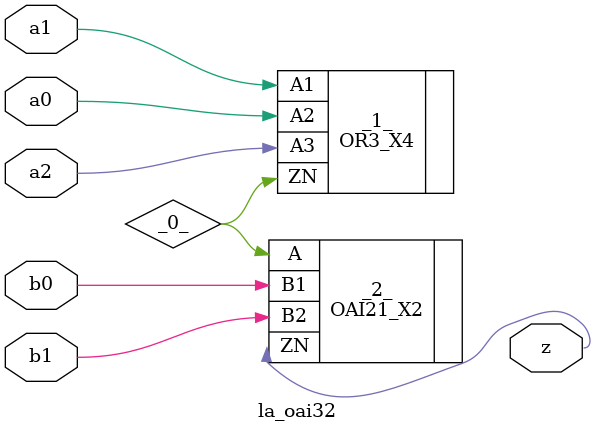
<source format=v>

/* Generated by Yosys 0.44 (git sha1 80ba43d26, g++ 11.4.0-1ubuntu1~22.04 -fPIC -O3) */

(* top =  1  *)
(* src = "inputs/la_oai32.v:10.1-23.10" *)
module la_oai32 (
    a0,
    a1,
    a2,
    b0,
    b1,
    z
);
  wire _0_;
  (* src = "inputs/la_oai32.v:13.12-13.14" *)
  input a0;
  wire a0;
  (* src = "inputs/la_oai32.v:14.12-14.14" *)
  input a1;
  wire a1;
  (* src = "inputs/la_oai32.v:15.12-15.14" *)
  input a2;
  wire a2;
  (* src = "inputs/la_oai32.v:16.12-16.14" *)
  input b0;
  wire b0;
  (* src = "inputs/la_oai32.v:17.12-17.14" *)
  input b1;
  wire b1;
  (* src = "inputs/la_oai32.v:18.12-18.13" *)
  output z;
  wire z;
  OR3_X4 _1_ (
      .A1(a1),
      .A2(a0),
      .A3(a2),
      .ZN(_0_)
  );
  OAI21_X2 _2_ (
      .A (_0_),
      .B1(b0),
      .B2(b1),
      .ZN(z)
  );
endmodule

</source>
